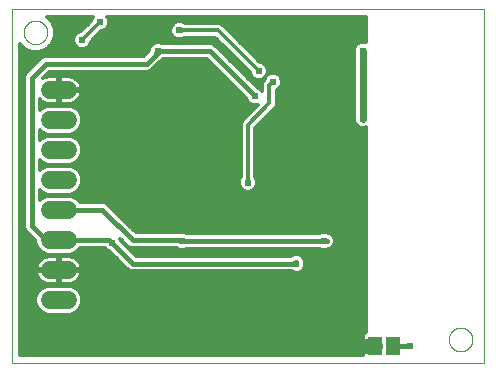
<source format=gbl>
G75*
%MOIN*%
%OFA0B0*%
%FSLAX25Y25*%
%IPPOS*%
%LPD*%
%AMOC8*
5,1,8,0,0,1.08239X$1,22.5*
%
%ADD10C,0.00000*%
%ADD11C,0.06000*%
%ADD12R,0.04600X0.06300*%
%ADD13C,0.02400*%
%ADD14C,0.01200*%
%ADD15C,0.01000*%
%ADD16C,0.05000*%
%ADD17C,0.02400*%
%ADD18C,0.01600*%
D10*
X0001600Y0001600D02*
X0001600Y0119710D01*
X0159080Y0119710D01*
X0159080Y0001600D01*
X0001600Y0001600D01*
X0005537Y0111836D02*
X0005539Y0111961D01*
X0005545Y0112086D01*
X0005555Y0112210D01*
X0005569Y0112334D01*
X0005586Y0112458D01*
X0005608Y0112581D01*
X0005634Y0112703D01*
X0005663Y0112825D01*
X0005696Y0112945D01*
X0005734Y0113064D01*
X0005774Y0113183D01*
X0005819Y0113299D01*
X0005867Y0113414D01*
X0005919Y0113528D01*
X0005975Y0113640D01*
X0006034Y0113750D01*
X0006096Y0113858D01*
X0006162Y0113965D01*
X0006231Y0114069D01*
X0006304Y0114170D01*
X0006379Y0114270D01*
X0006458Y0114367D01*
X0006540Y0114461D01*
X0006625Y0114553D01*
X0006712Y0114642D01*
X0006803Y0114728D01*
X0006896Y0114811D01*
X0006992Y0114892D01*
X0007090Y0114969D01*
X0007190Y0115043D01*
X0007293Y0115114D01*
X0007398Y0115181D01*
X0007506Y0115246D01*
X0007615Y0115306D01*
X0007726Y0115364D01*
X0007839Y0115417D01*
X0007953Y0115467D01*
X0008069Y0115514D01*
X0008186Y0115556D01*
X0008305Y0115595D01*
X0008425Y0115631D01*
X0008546Y0115662D01*
X0008668Y0115690D01*
X0008790Y0115713D01*
X0008914Y0115733D01*
X0009038Y0115749D01*
X0009162Y0115761D01*
X0009287Y0115769D01*
X0009412Y0115773D01*
X0009536Y0115773D01*
X0009661Y0115769D01*
X0009786Y0115761D01*
X0009910Y0115749D01*
X0010034Y0115733D01*
X0010158Y0115713D01*
X0010280Y0115690D01*
X0010402Y0115662D01*
X0010523Y0115631D01*
X0010643Y0115595D01*
X0010762Y0115556D01*
X0010879Y0115514D01*
X0010995Y0115467D01*
X0011109Y0115417D01*
X0011222Y0115364D01*
X0011333Y0115306D01*
X0011443Y0115246D01*
X0011550Y0115181D01*
X0011655Y0115114D01*
X0011758Y0115043D01*
X0011858Y0114969D01*
X0011956Y0114892D01*
X0012052Y0114811D01*
X0012145Y0114728D01*
X0012236Y0114642D01*
X0012323Y0114553D01*
X0012408Y0114461D01*
X0012490Y0114367D01*
X0012569Y0114270D01*
X0012644Y0114170D01*
X0012717Y0114069D01*
X0012786Y0113965D01*
X0012852Y0113858D01*
X0012914Y0113750D01*
X0012973Y0113640D01*
X0013029Y0113528D01*
X0013081Y0113414D01*
X0013129Y0113299D01*
X0013174Y0113183D01*
X0013214Y0113064D01*
X0013252Y0112945D01*
X0013285Y0112825D01*
X0013314Y0112703D01*
X0013340Y0112581D01*
X0013362Y0112458D01*
X0013379Y0112334D01*
X0013393Y0112210D01*
X0013403Y0112086D01*
X0013409Y0111961D01*
X0013411Y0111836D01*
X0013409Y0111711D01*
X0013403Y0111586D01*
X0013393Y0111462D01*
X0013379Y0111338D01*
X0013362Y0111214D01*
X0013340Y0111091D01*
X0013314Y0110969D01*
X0013285Y0110847D01*
X0013252Y0110727D01*
X0013214Y0110608D01*
X0013174Y0110489D01*
X0013129Y0110373D01*
X0013081Y0110258D01*
X0013029Y0110144D01*
X0012973Y0110032D01*
X0012914Y0109922D01*
X0012852Y0109814D01*
X0012786Y0109707D01*
X0012717Y0109603D01*
X0012644Y0109502D01*
X0012569Y0109402D01*
X0012490Y0109305D01*
X0012408Y0109211D01*
X0012323Y0109119D01*
X0012236Y0109030D01*
X0012145Y0108944D01*
X0012052Y0108861D01*
X0011956Y0108780D01*
X0011858Y0108703D01*
X0011758Y0108629D01*
X0011655Y0108558D01*
X0011550Y0108491D01*
X0011442Y0108426D01*
X0011333Y0108366D01*
X0011222Y0108308D01*
X0011109Y0108255D01*
X0010995Y0108205D01*
X0010879Y0108158D01*
X0010762Y0108116D01*
X0010643Y0108077D01*
X0010523Y0108041D01*
X0010402Y0108010D01*
X0010280Y0107982D01*
X0010158Y0107959D01*
X0010034Y0107939D01*
X0009910Y0107923D01*
X0009786Y0107911D01*
X0009661Y0107903D01*
X0009536Y0107899D01*
X0009412Y0107899D01*
X0009287Y0107903D01*
X0009162Y0107911D01*
X0009038Y0107923D01*
X0008914Y0107939D01*
X0008790Y0107959D01*
X0008668Y0107982D01*
X0008546Y0108010D01*
X0008425Y0108041D01*
X0008305Y0108077D01*
X0008186Y0108116D01*
X0008069Y0108158D01*
X0007953Y0108205D01*
X0007839Y0108255D01*
X0007726Y0108308D01*
X0007615Y0108366D01*
X0007505Y0108426D01*
X0007398Y0108491D01*
X0007293Y0108558D01*
X0007190Y0108629D01*
X0007090Y0108703D01*
X0006992Y0108780D01*
X0006896Y0108861D01*
X0006803Y0108944D01*
X0006712Y0109030D01*
X0006625Y0109119D01*
X0006540Y0109211D01*
X0006458Y0109305D01*
X0006379Y0109402D01*
X0006304Y0109502D01*
X0006231Y0109603D01*
X0006162Y0109707D01*
X0006096Y0109814D01*
X0006034Y0109922D01*
X0005975Y0110032D01*
X0005919Y0110144D01*
X0005867Y0110258D01*
X0005819Y0110373D01*
X0005774Y0110489D01*
X0005734Y0110608D01*
X0005696Y0110727D01*
X0005663Y0110847D01*
X0005634Y0110969D01*
X0005608Y0111091D01*
X0005586Y0111214D01*
X0005569Y0111338D01*
X0005555Y0111462D01*
X0005545Y0111586D01*
X0005539Y0111711D01*
X0005537Y0111836D01*
X0147269Y0009474D02*
X0147271Y0009599D01*
X0147277Y0009724D01*
X0147287Y0009848D01*
X0147301Y0009972D01*
X0147318Y0010096D01*
X0147340Y0010219D01*
X0147366Y0010341D01*
X0147395Y0010463D01*
X0147428Y0010583D01*
X0147466Y0010702D01*
X0147506Y0010821D01*
X0147551Y0010937D01*
X0147599Y0011052D01*
X0147651Y0011166D01*
X0147707Y0011278D01*
X0147766Y0011388D01*
X0147828Y0011496D01*
X0147894Y0011603D01*
X0147963Y0011707D01*
X0148036Y0011808D01*
X0148111Y0011908D01*
X0148190Y0012005D01*
X0148272Y0012099D01*
X0148357Y0012191D01*
X0148444Y0012280D01*
X0148535Y0012366D01*
X0148628Y0012449D01*
X0148724Y0012530D01*
X0148822Y0012607D01*
X0148922Y0012681D01*
X0149025Y0012752D01*
X0149130Y0012819D01*
X0149238Y0012884D01*
X0149347Y0012944D01*
X0149458Y0013002D01*
X0149571Y0013055D01*
X0149685Y0013105D01*
X0149801Y0013152D01*
X0149918Y0013194D01*
X0150037Y0013233D01*
X0150157Y0013269D01*
X0150278Y0013300D01*
X0150400Y0013328D01*
X0150522Y0013351D01*
X0150646Y0013371D01*
X0150770Y0013387D01*
X0150894Y0013399D01*
X0151019Y0013407D01*
X0151144Y0013411D01*
X0151268Y0013411D01*
X0151393Y0013407D01*
X0151518Y0013399D01*
X0151642Y0013387D01*
X0151766Y0013371D01*
X0151890Y0013351D01*
X0152012Y0013328D01*
X0152134Y0013300D01*
X0152255Y0013269D01*
X0152375Y0013233D01*
X0152494Y0013194D01*
X0152611Y0013152D01*
X0152727Y0013105D01*
X0152841Y0013055D01*
X0152954Y0013002D01*
X0153065Y0012944D01*
X0153175Y0012884D01*
X0153282Y0012819D01*
X0153387Y0012752D01*
X0153490Y0012681D01*
X0153590Y0012607D01*
X0153688Y0012530D01*
X0153784Y0012449D01*
X0153877Y0012366D01*
X0153968Y0012280D01*
X0154055Y0012191D01*
X0154140Y0012099D01*
X0154222Y0012005D01*
X0154301Y0011908D01*
X0154376Y0011808D01*
X0154449Y0011707D01*
X0154518Y0011603D01*
X0154584Y0011496D01*
X0154646Y0011388D01*
X0154705Y0011278D01*
X0154761Y0011166D01*
X0154813Y0011052D01*
X0154861Y0010937D01*
X0154906Y0010821D01*
X0154946Y0010702D01*
X0154984Y0010583D01*
X0155017Y0010463D01*
X0155046Y0010341D01*
X0155072Y0010219D01*
X0155094Y0010096D01*
X0155111Y0009972D01*
X0155125Y0009848D01*
X0155135Y0009724D01*
X0155141Y0009599D01*
X0155143Y0009474D01*
X0155141Y0009349D01*
X0155135Y0009224D01*
X0155125Y0009100D01*
X0155111Y0008976D01*
X0155094Y0008852D01*
X0155072Y0008729D01*
X0155046Y0008607D01*
X0155017Y0008485D01*
X0154984Y0008365D01*
X0154946Y0008246D01*
X0154906Y0008127D01*
X0154861Y0008011D01*
X0154813Y0007896D01*
X0154761Y0007782D01*
X0154705Y0007670D01*
X0154646Y0007560D01*
X0154584Y0007452D01*
X0154518Y0007345D01*
X0154449Y0007241D01*
X0154376Y0007140D01*
X0154301Y0007040D01*
X0154222Y0006943D01*
X0154140Y0006849D01*
X0154055Y0006757D01*
X0153968Y0006668D01*
X0153877Y0006582D01*
X0153784Y0006499D01*
X0153688Y0006418D01*
X0153590Y0006341D01*
X0153490Y0006267D01*
X0153387Y0006196D01*
X0153282Y0006129D01*
X0153174Y0006064D01*
X0153065Y0006004D01*
X0152954Y0005946D01*
X0152841Y0005893D01*
X0152727Y0005843D01*
X0152611Y0005796D01*
X0152494Y0005754D01*
X0152375Y0005715D01*
X0152255Y0005679D01*
X0152134Y0005648D01*
X0152012Y0005620D01*
X0151890Y0005597D01*
X0151766Y0005577D01*
X0151642Y0005561D01*
X0151518Y0005549D01*
X0151393Y0005541D01*
X0151268Y0005537D01*
X0151144Y0005537D01*
X0151019Y0005541D01*
X0150894Y0005549D01*
X0150770Y0005561D01*
X0150646Y0005577D01*
X0150522Y0005597D01*
X0150400Y0005620D01*
X0150278Y0005648D01*
X0150157Y0005679D01*
X0150037Y0005715D01*
X0149918Y0005754D01*
X0149801Y0005796D01*
X0149685Y0005843D01*
X0149571Y0005893D01*
X0149458Y0005946D01*
X0149347Y0006004D01*
X0149237Y0006064D01*
X0149130Y0006129D01*
X0149025Y0006196D01*
X0148922Y0006267D01*
X0148822Y0006341D01*
X0148724Y0006418D01*
X0148628Y0006499D01*
X0148535Y0006582D01*
X0148444Y0006668D01*
X0148357Y0006757D01*
X0148272Y0006849D01*
X0148190Y0006943D01*
X0148111Y0007040D01*
X0148036Y0007140D01*
X0147963Y0007241D01*
X0147894Y0007345D01*
X0147828Y0007452D01*
X0147766Y0007560D01*
X0147707Y0007670D01*
X0147651Y0007782D01*
X0147599Y0007896D01*
X0147551Y0008011D01*
X0147506Y0008127D01*
X0147466Y0008246D01*
X0147428Y0008365D01*
X0147395Y0008485D01*
X0147366Y0008607D01*
X0147340Y0008729D01*
X0147318Y0008852D01*
X0147301Y0008976D01*
X0147287Y0009100D01*
X0147277Y0009224D01*
X0147271Y0009349D01*
X0147269Y0009474D01*
D11*
X0020274Y0022589D02*
X0014274Y0022589D01*
X0014274Y0032589D02*
X0020274Y0032589D01*
X0020274Y0042589D02*
X0014274Y0042589D01*
X0014274Y0052589D02*
X0020274Y0052589D01*
X0020274Y0062589D02*
X0014274Y0062589D01*
X0014274Y0072589D02*
X0020274Y0072589D01*
X0020274Y0082589D02*
X0014274Y0082589D01*
X0014274Y0092589D02*
X0020274Y0092589D01*
D12*
X0122537Y0007407D03*
X0128537Y0007407D03*
D13*
X0134374Y0007289D03*
X0116974Y0019789D03*
X0116974Y0029789D03*
X0106074Y0036589D03*
X0105574Y0042289D03*
X0096474Y0034789D03*
X0094274Y0049789D03*
X0085274Y0049789D03*
X0094474Y0060389D03*
X0106974Y0060389D03*
X0116974Y0059789D03*
X0104874Y0049789D03*
X0080274Y0061789D03*
X0089474Y0074789D03*
X0096974Y0074789D03*
X0106974Y0072989D03*
X0118674Y0082978D03*
X0112174Y0101478D03*
X0118674Y0105778D03*
X0116974Y0114789D03*
X0099474Y0114789D03*
X0089474Y0114789D03*
X0079474Y0114789D03*
X0068674Y0109389D03*
X0057474Y0112489D03*
X0050274Y0105589D03*
X0039974Y0106689D03*
X0031574Y0106689D03*
X0025074Y0109189D03*
X0020374Y0104889D03*
X0006674Y0102289D03*
X0028074Y0092889D03*
X0028074Y0084589D03*
X0028174Y0076689D03*
X0036974Y0067289D03*
X0045474Y0076689D03*
X0043674Y0093589D03*
X0065274Y0095389D03*
X0082674Y0090589D03*
X0088674Y0095389D03*
X0083874Y0098989D03*
X0094374Y0103278D03*
X0031074Y0115189D03*
X0041974Y0052189D03*
X0035024Y0041739D03*
X0037474Y0030889D03*
X0044674Y0030889D03*
X0058474Y0042289D03*
X0061774Y0038989D03*
X0056974Y0052189D03*
X0053474Y0015889D03*
X0041474Y0015889D03*
X0036674Y0011089D03*
X0007874Y0013489D03*
X0007874Y0007489D03*
X0073874Y0013789D03*
X0089274Y0012289D03*
D14*
X0095877Y0031789D02*
X0097071Y0031789D01*
X0098173Y0032246D01*
X0099017Y0033090D01*
X0099474Y0034192D01*
X0099474Y0035386D01*
X0099017Y0036488D01*
X0098702Y0036803D01*
X0098678Y0036862D01*
X0097947Y0037593D01*
X0096991Y0037989D01*
X0095957Y0037989D01*
X0095001Y0037593D01*
X0094797Y0037389D01*
X0043051Y0037389D01*
X0037967Y0042473D01*
X0037723Y0043064D01*
X0039670Y0041116D01*
X0040401Y0040385D01*
X0041357Y0039989D01*
X0056531Y0039989D01*
X0056775Y0039746D01*
X0057877Y0039289D01*
X0059071Y0039289D01*
X0060036Y0039689D01*
X0104012Y0039689D01*
X0104977Y0039289D01*
X0106171Y0039289D01*
X0107136Y0039689D01*
X0107191Y0039689D01*
X0108147Y0040085D01*
X0108878Y0040816D01*
X0109274Y0041772D01*
X0109274Y0042806D01*
X0108878Y0043762D01*
X0108147Y0044493D01*
X0107191Y0044889D01*
X0107136Y0044889D01*
X0106171Y0045289D01*
X0104977Y0045289D01*
X0104012Y0044889D01*
X0060036Y0044889D01*
X0059071Y0045289D01*
X0057877Y0045289D01*
X0057636Y0045189D01*
X0042951Y0045189D01*
X0033155Y0054985D01*
X0032199Y0055381D01*
X0024270Y0055381D01*
X0022993Y0056658D01*
X0021229Y0057389D01*
X0013319Y0057389D01*
X0011555Y0056658D01*
X0010874Y0055977D01*
X0010874Y0059201D01*
X0011555Y0058520D01*
X0013319Y0057789D01*
X0021229Y0057789D01*
X0022993Y0058520D01*
X0024343Y0059870D01*
X0025074Y0061634D01*
X0025074Y0063544D01*
X0024343Y0065308D01*
X0022993Y0066658D01*
X0021229Y0067389D01*
X0013319Y0067389D01*
X0011555Y0066658D01*
X0010874Y0065977D01*
X0010874Y0069201D01*
X0011555Y0068520D01*
X0013319Y0067789D01*
X0021229Y0067789D01*
X0022993Y0068520D01*
X0024343Y0069870D01*
X0025074Y0071634D01*
X0025074Y0073544D01*
X0024343Y0075308D01*
X0022993Y0076658D01*
X0021229Y0077389D01*
X0013319Y0077389D01*
X0011555Y0076658D01*
X0010874Y0075977D01*
X0010874Y0079201D01*
X0011555Y0078520D01*
X0013319Y0077789D01*
X0021229Y0077789D01*
X0022993Y0078520D01*
X0024343Y0079870D01*
X0025074Y0081634D01*
X0025074Y0083544D01*
X0024343Y0085308D01*
X0022993Y0086658D01*
X0021229Y0087389D01*
X0013319Y0087389D01*
X0011555Y0086658D01*
X0010874Y0085977D01*
X0010874Y0089484D01*
X0011277Y0089080D01*
X0011863Y0088655D01*
X0012508Y0088326D01*
X0013197Y0088102D01*
X0013912Y0087989D01*
X0016874Y0087989D01*
X0016874Y0092189D01*
X0017674Y0092189D01*
X0017674Y0092989D01*
X0016874Y0092989D01*
X0016874Y0097189D01*
X0013912Y0097189D01*
X0013197Y0097076D01*
X0012508Y0096852D01*
X0011908Y0096546D01*
X0014151Y0098789D01*
X0047191Y0098789D01*
X0048147Y0099185D01*
X0051747Y0102785D01*
X0051951Y0102989D01*
X0066597Y0102989D01*
X0079731Y0089855D01*
X0080131Y0088890D01*
X0080975Y0088046D01*
X0082077Y0087589D01*
X0083271Y0087589D01*
X0083628Y0087737D01*
X0078915Y0083024D01*
X0078239Y0082348D01*
X0077874Y0081466D01*
X0077874Y0063632D01*
X0077731Y0063488D01*
X0077274Y0062386D01*
X0077274Y0061192D01*
X0077731Y0060090D01*
X0078575Y0059246D01*
X0079677Y0058789D01*
X0080871Y0058789D01*
X0081973Y0059246D01*
X0082817Y0060090D01*
X0083274Y0061192D01*
X0083274Y0062386D01*
X0082817Y0063488D01*
X0082674Y0063632D01*
X0082674Y0079995D01*
X0089509Y0086829D01*
X0089874Y0087712D01*
X0089874Y0092639D01*
X0090373Y0092846D01*
X0091217Y0093690D01*
X0091674Y0094792D01*
X0091674Y0095986D01*
X0091217Y0097088D01*
X0090373Y0097932D01*
X0089271Y0098389D01*
X0088077Y0098389D01*
X0086975Y0097932D01*
X0086478Y0097435D01*
X0086874Y0098392D01*
X0086874Y0099586D01*
X0086417Y0100688D01*
X0085573Y0101532D01*
X0084471Y0101989D01*
X0084268Y0101989D01*
X0072409Y0113848D01*
X0071734Y0114524D01*
X0070851Y0114889D01*
X0059317Y0114889D01*
X0059173Y0115032D01*
X0058071Y0115489D01*
X0056877Y0115489D01*
X0055775Y0115032D01*
X0054931Y0114188D01*
X0054474Y0113086D01*
X0054474Y0111892D01*
X0054931Y0110790D01*
X0055775Y0109946D01*
X0056877Y0109489D01*
X0058071Y0109489D01*
X0059173Y0109946D01*
X0059317Y0110089D01*
X0069380Y0110089D01*
X0080874Y0098595D01*
X0080874Y0098392D01*
X0081331Y0097290D01*
X0082175Y0096446D01*
X0083277Y0095989D01*
X0084471Y0095989D01*
X0085573Y0096446D01*
X0086070Y0096943D01*
X0085674Y0095986D01*
X0085674Y0095783D01*
X0085439Y0095548D01*
X0085074Y0094666D01*
X0085074Y0092432D01*
X0084373Y0093132D01*
X0083408Y0093532D01*
X0069878Y0107062D01*
X0069147Y0107793D01*
X0068191Y0108189D01*
X0051836Y0108189D01*
X0050871Y0108589D01*
X0049677Y0108589D01*
X0048575Y0108132D01*
X0047731Y0107288D01*
X0047274Y0106186D01*
X0047274Y0105989D01*
X0047074Y0105506D01*
X0047074Y0105466D01*
X0045597Y0103989D01*
X0012557Y0103989D01*
X0011601Y0103593D01*
X0010870Y0102862D01*
X0006070Y0098062D01*
X0005674Y0097106D01*
X0005674Y0046872D01*
X0006070Y0045916D01*
X0009474Y0042512D01*
X0009474Y0041634D01*
X0010205Y0039870D01*
X0011555Y0038520D01*
X0013319Y0037789D01*
X0021229Y0037789D01*
X0022993Y0038520D01*
X0024343Y0039870D01*
X0024393Y0039989D01*
X0032531Y0039989D01*
X0033325Y0039196D01*
X0034290Y0038796D01*
X0039770Y0033316D01*
X0039770Y0033316D01*
X0040501Y0032585D01*
X0041457Y0032189D01*
X0094912Y0032189D01*
X0095877Y0031789D01*
X0098863Y0032935D02*
X0119710Y0032935D01*
X0119710Y0031737D02*
X0024796Y0031737D01*
X0024761Y0031512D02*
X0024868Y0032189D01*
X0017674Y0032189D01*
X0017674Y0032989D01*
X0016874Y0032989D01*
X0016874Y0037189D01*
X0013912Y0037189D01*
X0013197Y0037076D01*
X0012508Y0036852D01*
X0011863Y0036523D01*
X0011277Y0036098D01*
X0010765Y0035586D01*
X0010340Y0035000D01*
X0010011Y0034355D01*
X0009787Y0033666D01*
X0009680Y0032989D01*
X0016874Y0032989D01*
X0016874Y0032189D01*
X0009680Y0032189D01*
X0009787Y0031512D01*
X0010011Y0030823D01*
X0010340Y0030178D01*
X0010765Y0029592D01*
X0011277Y0029080D01*
X0011863Y0028655D01*
X0012508Y0028326D01*
X0013197Y0028102D01*
X0013912Y0027989D01*
X0016874Y0027989D01*
X0016874Y0032189D01*
X0017674Y0032189D01*
X0017674Y0027989D01*
X0020636Y0027989D01*
X0021351Y0028102D01*
X0022040Y0028326D01*
X0022685Y0028655D01*
X0023271Y0029080D01*
X0023783Y0029592D01*
X0024208Y0030178D01*
X0024537Y0030823D01*
X0024761Y0031512D01*
X0024392Y0030538D02*
X0119710Y0030538D01*
X0119710Y0029340D02*
X0023530Y0029340D01*
X0021472Y0028141D02*
X0119710Y0028141D01*
X0119710Y0026943D02*
X0022306Y0026943D01*
X0022993Y0026658D02*
X0021229Y0027389D01*
X0013319Y0027389D01*
X0011555Y0026658D01*
X0010205Y0025308D01*
X0009474Y0023544D01*
X0009474Y0021634D01*
X0010205Y0019870D01*
X0011555Y0018520D01*
X0013319Y0017789D01*
X0021229Y0017789D01*
X0022993Y0018520D01*
X0024343Y0019870D01*
X0025074Y0021634D01*
X0025074Y0023544D01*
X0024343Y0025308D01*
X0022993Y0026658D01*
X0023907Y0025744D02*
X0119710Y0025744D01*
X0119710Y0024546D02*
X0024659Y0024546D01*
X0025074Y0023347D02*
X0119710Y0023347D01*
X0119710Y0022149D02*
X0025074Y0022149D01*
X0024791Y0020950D02*
X0119710Y0020950D01*
X0119710Y0019752D02*
X0024225Y0019752D01*
X0023027Y0018553D02*
X0119710Y0018553D01*
X0119710Y0017355D02*
X0004200Y0017355D01*
X0004200Y0018553D02*
X0011522Y0018553D01*
X0010323Y0019752D02*
X0004200Y0019752D01*
X0004200Y0020950D02*
X0009757Y0020950D01*
X0009474Y0022149D02*
X0004200Y0022149D01*
X0004200Y0023347D02*
X0009474Y0023347D01*
X0009889Y0024546D02*
X0004200Y0024546D01*
X0004200Y0025744D02*
X0010641Y0025744D01*
X0012242Y0026943D02*
X0004200Y0026943D01*
X0004200Y0028141D02*
X0013077Y0028141D01*
X0011018Y0029340D02*
X0004200Y0029340D01*
X0004200Y0030538D02*
X0010156Y0030538D01*
X0009752Y0031737D02*
X0004200Y0031737D01*
X0004200Y0032935D02*
X0016874Y0032935D01*
X0017674Y0032935D02*
X0040151Y0032935D01*
X0038952Y0034134D02*
X0024609Y0034134D01*
X0024537Y0034355D02*
X0024208Y0035000D01*
X0023783Y0035586D01*
X0023271Y0036098D01*
X0022685Y0036523D01*
X0022040Y0036852D01*
X0021351Y0037076D01*
X0020636Y0037189D01*
X0017674Y0037189D01*
X0017674Y0032989D01*
X0024868Y0032989D01*
X0024761Y0033666D01*
X0024537Y0034355D01*
X0023967Y0035332D02*
X0037754Y0035332D01*
X0036555Y0036531D02*
X0022670Y0036531D01*
X0023401Y0038928D02*
X0033971Y0038928D01*
X0035357Y0037729D02*
X0004200Y0037729D01*
X0004200Y0036531D02*
X0011878Y0036531D01*
X0010581Y0035332D02*
X0004200Y0035332D01*
X0004200Y0034134D02*
X0009939Y0034134D01*
X0011147Y0038928D02*
X0004200Y0038928D01*
X0004200Y0040126D02*
X0010099Y0040126D01*
X0009602Y0041325D02*
X0004200Y0041325D01*
X0004200Y0042523D02*
X0009463Y0042523D01*
X0008264Y0043722D02*
X0004200Y0043722D01*
X0004200Y0044920D02*
X0007066Y0044920D01*
X0005986Y0046119D02*
X0004200Y0046119D01*
X0004200Y0047318D02*
X0005674Y0047318D01*
X0005674Y0048516D02*
X0004200Y0048516D01*
X0004200Y0049715D02*
X0005674Y0049715D01*
X0005674Y0050913D02*
X0004200Y0050913D01*
X0004200Y0052112D02*
X0005674Y0052112D01*
X0005674Y0053310D02*
X0004200Y0053310D01*
X0004200Y0054509D02*
X0005674Y0054509D01*
X0005674Y0055707D02*
X0004200Y0055707D01*
X0004200Y0056906D02*
X0005674Y0056906D01*
X0005674Y0058104D02*
X0004200Y0058104D01*
X0004200Y0059303D02*
X0005674Y0059303D01*
X0005674Y0060501D02*
X0004200Y0060501D01*
X0004200Y0061700D02*
X0005674Y0061700D01*
X0005674Y0062898D02*
X0004200Y0062898D01*
X0004200Y0064097D02*
X0005674Y0064097D01*
X0005674Y0065295D02*
X0004200Y0065295D01*
X0004200Y0066494D02*
X0005674Y0066494D01*
X0005674Y0067692D02*
X0004200Y0067692D01*
X0004200Y0068891D02*
X0005674Y0068891D01*
X0005674Y0070089D02*
X0004200Y0070089D01*
X0004200Y0071288D02*
X0005674Y0071288D01*
X0005674Y0072486D02*
X0004200Y0072486D01*
X0004200Y0073685D02*
X0005674Y0073685D01*
X0005674Y0074883D02*
X0004200Y0074883D01*
X0004200Y0076082D02*
X0005674Y0076082D01*
X0005674Y0077280D02*
X0004200Y0077280D01*
X0004200Y0078479D02*
X0005674Y0078479D01*
X0005674Y0079677D02*
X0004200Y0079677D01*
X0004200Y0080876D02*
X0005674Y0080876D01*
X0005674Y0082074D02*
X0004200Y0082074D01*
X0004200Y0083273D02*
X0005674Y0083273D01*
X0005674Y0084471D02*
X0004200Y0084471D01*
X0004200Y0085670D02*
X0005674Y0085670D01*
X0005674Y0086868D02*
X0004200Y0086868D01*
X0004200Y0088067D02*
X0005674Y0088067D01*
X0005674Y0089265D02*
X0004200Y0089265D01*
X0004200Y0090464D02*
X0005674Y0090464D01*
X0005674Y0091662D02*
X0004200Y0091662D01*
X0004200Y0092861D02*
X0005674Y0092861D01*
X0005674Y0094059D02*
X0004200Y0094059D01*
X0004200Y0095258D02*
X0005674Y0095258D01*
X0005674Y0096456D02*
X0004200Y0096456D01*
X0004200Y0097655D02*
X0005901Y0097655D01*
X0006862Y0098854D02*
X0004200Y0098854D01*
X0004200Y0100052D02*
X0008060Y0100052D01*
X0009259Y0101251D02*
X0004200Y0101251D01*
X0004200Y0102449D02*
X0010457Y0102449D01*
X0011733Y0103648D02*
X0004200Y0103648D01*
X0004200Y0104846D02*
X0046454Y0104846D01*
X0047274Y0106045D02*
X0012574Y0106045D01*
X0013177Y0106294D02*
X0010774Y0105299D01*
X0008174Y0105299D01*
X0005771Y0106294D01*
X0004200Y0107866D01*
X0004200Y0004200D01*
X0118637Y0004200D01*
X0118637Y0006857D01*
X0119710Y0006857D01*
X0119710Y0007957D01*
X0118637Y0007957D01*
X0118637Y0010768D01*
X0118746Y0011175D01*
X0118957Y0011540D01*
X0119255Y0011837D01*
X0119619Y0012048D01*
X0119710Y0012072D01*
X0119710Y0080160D01*
X0119271Y0079978D01*
X0118077Y0079978D01*
X0116975Y0080435D01*
X0116131Y0081279D01*
X0115674Y0082381D01*
X0115674Y0106375D01*
X0116131Y0107477D01*
X0116975Y0108321D01*
X0118077Y0108778D01*
X0119271Y0108778D01*
X0119710Y0108596D01*
X0119710Y0117110D01*
X0033395Y0117110D01*
X0033617Y0116888D01*
X0034074Y0115786D01*
X0034074Y0114592D01*
X0033617Y0113490D01*
X0032773Y0112646D01*
X0031671Y0112189D01*
X0031468Y0112189D01*
X0028074Y0108795D01*
X0028074Y0108592D01*
X0027617Y0107490D01*
X0026773Y0106646D01*
X0025671Y0106189D01*
X0024477Y0106189D01*
X0023375Y0106646D01*
X0022531Y0107490D01*
X0022074Y0108592D01*
X0022074Y0109786D01*
X0022531Y0110888D01*
X0023375Y0111732D01*
X0024477Y0112189D01*
X0024680Y0112189D01*
X0028074Y0115583D01*
X0028074Y0115786D01*
X0028531Y0116888D01*
X0028753Y0117110D01*
X0013445Y0117110D01*
X0015016Y0115539D01*
X0016011Y0113137D01*
X0016011Y0110536D01*
X0015016Y0108133D01*
X0013177Y0106294D01*
X0014126Y0107243D02*
X0022777Y0107243D01*
X0022136Y0108442D02*
X0015144Y0108442D01*
X0015640Y0109640D02*
X0022074Y0109640D01*
X0022510Y0110839D02*
X0016011Y0110839D01*
X0016011Y0112037D02*
X0024111Y0112037D01*
X0025727Y0113236D02*
X0015970Y0113236D01*
X0015474Y0114434D02*
X0026925Y0114434D01*
X0028074Y0115633D02*
X0014922Y0115633D01*
X0013724Y0116831D02*
X0028507Y0116831D01*
X0031074Y0115189D02*
X0025074Y0109189D01*
X0027371Y0107243D02*
X0047712Y0107243D01*
X0049321Y0108442D02*
X0028012Y0108442D01*
X0028919Y0109640D02*
X0056512Y0109640D01*
X0058436Y0109640D02*
X0069829Y0109640D01*
X0071027Y0108442D02*
X0051227Y0108442D01*
X0054910Y0110839D02*
X0030118Y0110839D01*
X0031316Y0112037D02*
X0054474Y0112037D01*
X0054536Y0113236D02*
X0033363Y0113236D01*
X0034009Y0114434D02*
X0055177Y0114434D01*
X0057474Y0112489D02*
X0069474Y0112489D01*
X0070374Y0112489D01*
X0083874Y0098989D01*
X0086569Y0097655D02*
X0086697Y0097655D01*
X0086874Y0098854D02*
X0115674Y0098854D01*
X0115674Y0100052D02*
X0086681Y0100052D01*
X0085855Y0101251D02*
X0115674Y0101251D01*
X0115674Y0102449D02*
X0083808Y0102449D01*
X0082610Y0103648D02*
X0115674Y0103648D01*
X0115674Y0104846D02*
X0081411Y0104846D01*
X0080213Y0106045D02*
X0115674Y0106045D01*
X0116034Y0107243D02*
X0079014Y0107243D01*
X0077815Y0108442D02*
X0117265Y0108442D01*
X0119710Y0109640D02*
X0076617Y0109640D01*
X0075418Y0110839D02*
X0119710Y0110839D01*
X0119710Y0112037D02*
X0074220Y0112037D01*
X0073021Y0113236D02*
X0119710Y0113236D01*
X0119710Y0114434D02*
X0071823Y0114434D01*
X0072226Y0107243D02*
X0069697Y0107243D01*
X0070895Y0106045D02*
X0073424Y0106045D01*
X0074623Y0104846D02*
X0072094Y0104846D01*
X0073292Y0103648D02*
X0075821Y0103648D01*
X0077020Y0102449D02*
X0074491Y0102449D01*
X0075689Y0101251D02*
X0078218Y0101251D01*
X0079417Y0100052D02*
X0076888Y0100052D01*
X0078086Y0098854D02*
X0080615Y0098854D01*
X0081179Y0097655D02*
X0079285Y0097655D01*
X0080483Y0096456D02*
X0082164Y0096456D01*
X0081682Y0095258D02*
X0085319Y0095258D01*
X0085074Y0094059D02*
X0082880Y0094059D01*
X0084645Y0092861D02*
X0085074Y0092861D01*
X0087474Y0094189D02*
X0087474Y0088189D01*
X0080274Y0080989D01*
X0080274Y0061789D01*
X0083062Y0062898D02*
X0119710Y0062898D01*
X0119710Y0061700D02*
X0083274Y0061700D01*
X0082988Y0060501D02*
X0119710Y0060501D01*
X0119710Y0059303D02*
X0082030Y0059303D01*
X0078518Y0059303D02*
X0023776Y0059303D01*
X0024605Y0060501D02*
X0077560Y0060501D01*
X0077274Y0061700D02*
X0025074Y0061700D01*
X0025074Y0062898D02*
X0077486Y0062898D01*
X0077874Y0064097D02*
X0024845Y0064097D01*
X0024349Y0065295D02*
X0077874Y0065295D01*
X0077874Y0066494D02*
X0023157Y0066494D01*
X0023364Y0068891D02*
X0077874Y0068891D01*
X0077874Y0070089D02*
X0024434Y0070089D01*
X0024930Y0071288D02*
X0077874Y0071288D01*
X0077874Y0072486D02*
X0025074Y0072486D01*
X0025016Y0073685D02*
X0077874Y0073685D01*
X0077874Y0074883D02*
X0024519Y0074883D01*
X0023569Y0076082D02*
X0077874Y0076082D01*
X0077874Y0077280D02*
X0021491Y0077280D01*
X0022894Y0078479D02*
X0077874Y0078479D01*
X0077874Y0079677D02*
X0024151Y0079677D01*
X0024760Y0080876D02*
X0077874Y0080876D01*
X0078126Y0082074D02*
X0025074Y0082074D01*
X0025074Y0083273D02*
X0079164Y0083273D01*
X0080362Y0084471D02*
X0024690Y0084471D01*
X0023981Y0085670D02*
X0081561Y0085670D01*
X0082759Y0086868D02*
X0022486Y0086868D01*
X0022040Y0088326D02*
X0022685Y0088655D01*
X0023271Y0089080D01*
X0023783Y0089592D01*
X0024208Y0090178D01*
X0024537Y0090823D01*
X0024761Y0091512D01*
X0024868Y0092189D01*
X0017674Y0092189D01*
X0017674Y0087989D01*
X0020636Y0087989D01*
X0021351Y0088102D01*
X0022040Y0088326D01*
X0021128Y0088067D02*
X0080953Y0088067D01*
X0079975Y0089265D02*
X0023456Y0089265D01*
X0024354Y0090464D02*
X0079122Y0090464D01*
X0077924Y0091662D02*
X0024785Y0091662D01*
X0024868Y0092989D02*
X0024761Y0093666D01*
X0024537Y0094355D01*
X0024208Y0095000D01*
X0023783Y0095586D01*
X0023271Y0096098D01*
X0022685Y0096523D01*
X0022040Y0096852D01*
X0021351Y0097076D01*
X0020636Y0097189D01*
X0017674Y0097189D01*
X0017674Y0092989D01*
X0024868Y0092989D01*
X0024633Y0094059D02*
X0075527Y0094059D01*
X0076725Y0092861D02*
X0017674Y0092861D01*
X0017674Y0094059D02*
X0016874Y0094059D01*
X0016874Y0095258D02*
X0017674Y0095258D01*
X0017674Y0096456D02*
X0016874Y0096456D01*
X0013017Y0097655D02*
X0071931Y0097655D01*
X0070733Y0098854D02*
X0047347Y0098854D01*
X0049014Y0100052D02*
X0069534Y0100052D01*
X0068336Y0101251D02*
X0050213Y0101251D01*
X0051411Y0102449D02*
X0067137Y0102449D01*
X0073130Y0096456D02*
X0022777Y0096456D01*
X0024021Y0095258D02*
X0074328Y0095258D01*
X0085584Y0096456D02*
X0085869Y0096456D01*
X0087474Y0094189D02*
X0088674Y0095389D01*
X0091479Y0096456D02*
X0115674Y0096456D01*
X0115674Y0095258D02*
X0091674Y0095258D01*
X0091370Y0094059D02*
X0115674Y0094059D01*
X0115674Y0092861D02*
X0090389Y0092861D01*
X0089874Y0091662D02*
X0115674Y0091662D01*
X0115674Y0090464D02*
X0089874Y0090464D01*
X0089874Y0089265D02*
X0115674Y0089265D01*
X0115674Y0088067D02*
X0089874Y0088067D01*
X0089525Y0086868D02*
X0115674Y0086868D01*
X0115674Y0085670D02*
X0088349Y0085670D01*
X0087151Y0084471D02*
X0115674Y0084471D01*
X0115674Y0083273D02*
X0085952Y0083273D01*
X0084753Y0082074D02*
X0115801Y0082074D01*
X0116533Y0080876D02*
X0083555Y0080876D01*
X0082674Y0079677D02*
X0119710Y0079677D01*
X0119710Y0078479D02*
X0082674Y0078479D01*
X0082674Y0077280D02*
X0119710Y0077280D01*
X0119710Y0076082D02*
X0082674Y0076082D01*
X0082674Y0074883D02*
X0119710Y0074883D01*
X0119710Y0073685D02*
X0082674Y0073685D01*
X0082674Y0072486D02*
X0119710Y0072486D01*
X0119710Y0071288D02*
X0082674Y0071288D01*
X0082674Y0070089D02*
X0119710Y0070089D01*
X0119710Y0068891D02*
X0082674Y0068891D01*
X0082674Y0067692D02*
X0119710Y0067692D01*
X0119710Y0066494D02*
X0082674Y0066494D01*
X0082674Y0065295D02*
X0119710Y0065295D01*
X0119710Y0064097D02*
X0082674Y0064097D01*
X0077874Y0067692D02*
X0010874Y0067692D01*
X0010874Y0066494D02*
X0011391Y0066494D01*
X0011184Y0068891D02*
X0010874Y0068891D01*
X0010874Y0076082D02*
X0010979Y0076082D01*
X0010874Y0077280D02*
X0013057Y0077280D01*
X0011654Y0078479D02*
X0010874Y0078479D01*
X0010874Y0086868D02*
X0012062Y0086868D01*
X0010874Y0088067D02*
X0013420Y0088067D01*
X0011092Y0089265D02*
X0010874Y0089265D01*
X0016874Y0089265D02*
X0017674Y0089265D01*
X0017674Y0088067D02*
X0016874Y0088067D01*
X0016874Y0090464D02*
X0017674Y0090464D01*
X0017674Y0091662D02*
X0016874Y0091662D01*
X0006374Y0106045D02*
X0004200Y0106045D01*
X0004200Y0107243D02*
X0004822Y0107243D01*
X0033641Y0116831D02*
X0119710Y0116831D01*
X0119710Y0115633D02*
X0034074Y0115633D01*
X0090651Y0097655D02*
X0115674Y0097655D01*
X0119710Y0058104D02*
X0021990Y0058104D01*
X0022396Y0056906D02*
X0119710Y0056906D01*
X0119710Y0055707D02*
X0023944Y0055707D01*
X0033631Y0054509D02*
X0119710Y0054509D01*
X0119710Y0053310D02*
X0034830Y0053310D01*
X0036028Y0052112D02*
X0119710Y0052112D01*
X0119710Y0050913D02*
X0037227Y0050913D01*
X0038425Y0049715D02*
X0119710Y0049715D01*
X0119710Y0048516D02*
X0039624Y0048516D01*
X0040822Y0047318D02*
X0119710Y0047318D01*
X0119710Y0046119D02*
X0042021Y0046119D01*
X0038263Y0042523D02*
X0037946Y0042523D01*
X0039115Y0041325D02*
X0039461Y0041325D01*
X0039670Y0041116D02*
X0039670Y0041116D01*
X0040313Y0040126D02*
X0041025Y0040126D01*
X0041512Y0038928D02*
X0119710Y0038928D01*
X0119710Y0040126D02*
X0108188Y0040126D01*
X0109089Y0041325D02*
X0119710Y0041325D01*
X0119710Y0042523D02*
X0109274Y0042523D01*
X0108895Y0043722D02*
X0119710Y0043722D01*
X0119710Y0044920D02*
X0107060Y0044920D01*
X0104088Y0044920D02*
X0059960Y0044920D01*
X0042710Y0037729D02*
X0095330Y0037729D01*
X0097618Y0037729D02*
X0119710Y0037729D01*
X0119710Y0036531D02*
X0098975Y0036531D01*
X0099474Y0035332D02*
X0119710Y0035332D01*
X0119710Y0034134D02*
X0099450Y0034134D01*
X0119710Y0016156D02*
X0004200Y0016156D01*
X0004200Y0014958D02*
X0119710Y0014958D01*
X0119710Y0013759D02*
X0004200Y0013759D01*
X0004200Y0012561D02*
X0119710Y0012561D01*
X0118854Y0011362D02*
X0004200Y0011362D01*
X0004200Y0010164D02*
X0118637Y0010164D01*
X0118637Y0008965D02*
X0004200Y0008965D01*
X0004200Y0007767D02*
X0119710Y0007767D01*
X0118637Y0006568D02*
X0004200Y0006568D01*
X0004200Y0005370D02*
X0118637Y0005370D01*
X0017674Y0028141D02*
X0016874Y0028141D01*
X0016874Y0029340D02*
X0017674Y0029340D01*
X0017674Y0030538D02*
X0016874Y0030538D01*
X0016874Y0031737D02*
X0017674Y0031737D01*
X0017674Y0034134D02*
X0016874Y0034134D01*
X0016874Y0035332D02*
X0017674Y0035332D01*
X0017674Y0036531D02*
X0016874Y0036531D01*
X0017274Y0042589D02*
X0013074Y0042589D01*
X0012882Y0042781D01*
X0012152Y0056906D02*
X0010874Y0056906D01*
X0010874Y0058104D02*
X0012558Y0058104D01*
D15*
X0063474Y0094189D02*
X0065274Y0095389D01*
D16*
X0114474Y0007289D02*
X0122419Y0007289D01*
X0122537Y0007407D01*
D17*
X0118674Y0082978D02*
X0118674Y0105778D01*
D18*
X0082674Y0090589D02*
X0067674Y0105589D01*
X0063474Y0105589D01*
X0050274Y0105589D01*
X0050274Y0104989D01*
X0046674Y0101389D01*
X0013074Y0101389D01*
X0008274Y0096589D01*
X0008274Y0047389D01*
X0012882Y0042781D01*
X0017274Y0042589D02*
X0033790Y0042589D01*
X0033982Y0042781D01*
X0035024Y0041739D01*
X0033982Y0042781D01*
X0035024Y0041739D02*
X0041974Y0034789D01*
X0088674Y0034789D01*
X0092874Y0034789D01*
X0094074Y0034789D02*
X0095274Y0034789D01*
X0096474Y0034789D01*
X0096474Y0035389D01*
X0096474Y0034789D02*
X0095874Y0034789D01*
X0095274Y0034789D01*
X0095874Y0034789D01*
X0095274Y0034789D02*
X0088674Y0034789D01*
X0091774Y0042289D02*
X0106674Y0042289D01*
X0105574Y0042289D01*
X0106674Y0042289D01*
X0105574Y0042289D01*
X0106674Y0042289D01*
X0091774Y0042289D02*
X0066974Y0042289D01*
X0058474Y0042289D01*
X0058174Y0042589D01*
X0041874Y0042589D01*
X0031682Y0052781D01*
X0026482Y0052781D01*
X0017466Y0052781D01*
X0017439Y0052779D01*
X0017412Y0052773D01*
X0017386Y0052764D01*
X0017362Y0052751D01*
X0017340Y0052734D01*
X0017321Y0052715D01*
X0017304Y0052693D01*
X0017291Y0052669D01*
X0017282Y0052643D01*
X0017276Y0052616D01*
X0017274Y0052589D01*
X0058474Y0042289D02*
X0066974Y0042289D01*
X0128537Y0007407D02*
X0131856Y0007407D01*
X0134374Y0007289D01*
X0049674Y0104989D02*
X0050274Y0105589D01*
X0057474Y0112489D02*
X0058074Y0112489D01*
M02*

</source>
